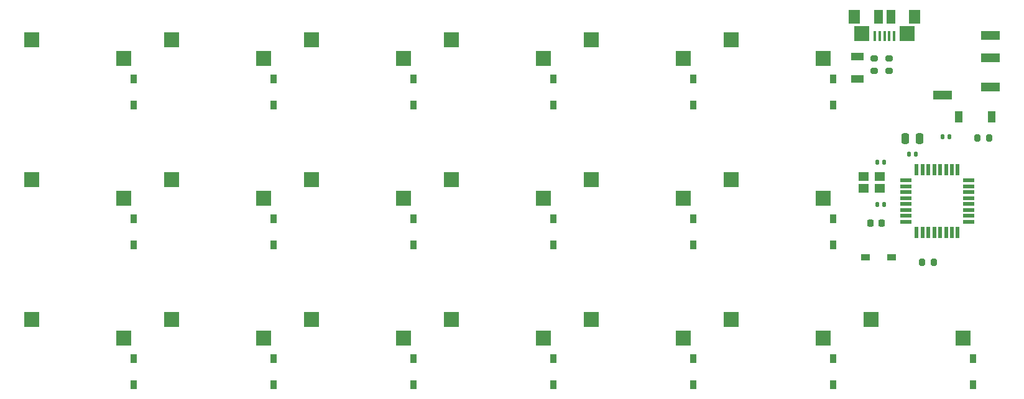
<source format=gbr>
%TF.GenerationSoftware,KiCad,Pcbnew,8.0.7*%
%TF.CreationDate,2024-12-29T11:12:43+09:00*%
%TF.ProjectId,pisces,70697363-6573-42e6-9b69-6361645f7063,rev?*%
%TF.SameCoordinates,Original*%
%TF.FileFunction,Paste,Top*%
%TF.FilePolarity,Positive*%
%FSLAX46Y46*%
G04 Gerber Fmt 4.6, Leading zero omitted, Abs format (unit mm)*
G04 Created by KiCad (PCBNEW 8.0.7) date 2024-12-29 11:12:43*
%MOMM*%
%LPD*%
G01*
G04 APERTURE LIST*
G04 Aperture macros list*
%AMRoundRect*
0 Rectangle with rounded corners*
0 $1 Rounding radius*
0 $2 $3 $4 $5 $6 $7 $8 $9 X,Y pos of 4 corners*
0 Add a 4 corners polygon primitive as box body*
4,1,4,$2,$3,$4,$5,$6,$7,$8,$9,$2,$3,0*
0 Add four circle primitives for the rounded corners*
1,1,$1+$1,$2,$3*
1,1,$1+$1,$4,$5*
1,1,$1+$1,$6,$7*
1,1,$1+$1,$8,$9*
0 Add four rect primitives between the rounded corners*
20,1,$1+$1,$2,$3,$4,$5,0*
20,1,$1+$1,$4,$5,$6,$7,0*
20,1,$1+$1,$6,$7,$8,$9,0*
20,1,$1+$1,$8,$9,$2,$3,0*%
G04 Aperture macros list end*
%ADD10RoundRect,0.140000X0.140000X0.170000X-0.140000X0.170000X-0.140000X-0.170000X0.140000X-0.170000X0*%
%ADD11RoundRect,0.140000X-0.140000X-0.170000X0.140000X-0.170000X0.140000X0.170000X-0.140000X0.170000X0*%
%ADD12RoundRect,0.250000X0.250000X0.475000X-0.250000X0.475000X-0.250000X-0.475000X0.250000X-0.475000X0*%
%ADD13RoundRect,0.225000X0.225000X0.250000X-0.225000X0.250000X-0.225000X-0.250000X0.225000X-0.250000X0*%
%ADD14R,1.820000X1.060000*%
%ADD15R,0.400000X1.350000*%
%ADD16R,1.600000X1.900000*%
%ADD17R,2.100000X2.000000*%
%ADD18R,1.200000X1.900000*%
%ADD19RoundRect,0.200000X0.275000X-0.200000X0.275000X0.200000X-0.275000X0.200000X-0.275000X-0.200000X0*%
%ADD20RoundRect,0.200000X-0.200000X-0.275000X0.200000X-0.275000X0.200000X0.275000X-0.200000X0.275000X0*%
%ADD21RoundRect,0.200000X0.200000X0.275000X-0.200000X0.275000X-0.200000X-0.275000X0.200000X-0.275000X0*%
%ADD22R,2.000000X2.000000*%
%ADD23R,1.600000X0.550000*%
%ADD24R,0.550000X1.600000*%
%ADD25R,1.400000X1.200000*%
%ADD26R,2.500000X1.200000*%
%ADD27R,1.300000X0.950000*%
%ADD28R,1.100000X1.600000*%
%ADD29R,0.950000X1.300000*%
G04 APERTURE END LIST*
D10*
%TO.C,C1*%
X160500000Y-61595000D03*
X159540000Y-61595000D03*
%TD*%
D11*
%TO.C,C2*%
X159540000Y-67310000D03*
X160500000Y-67310000D03*
%TD*%
D10*
%TO.C,C3*%
X169390000Y-58102500D03*
X168430000Y-58102500D03*
%TD*%
D12*
%TO.C,C4*%
X165288000Y-58356500D03*
X163388000Y-58356500D03*
%TD*%
D13*
%TO.C,C5*%
X160160000Y-69850000D03*
X158610000Y-69850000D03*
%TD*%
D10*
%TO.C,C6*%
X164818000Y-60452000D03*
X163858000Y-60452000D03*
%TD*%
D14*
%TO.C,F1*%
X156845000Y-50232500D03*
X156845000Y-47176500D03*
%TD*%
D15*
%TO.C,J1*%
X159228000Y-44394500D03*
X159878000Y-44394500D03*
X160528000Y-44394500D03*
X161178000Y-44394500D03*
X161828000Y-44394500D03*
D16*
X164628000Y-41719500D03*
D17*
X163628000Y-44069500D03*
D18*
X161378000Y-41719500D03*
X159678000Y-41719500D03*
D17*
X157428000Y-44069500D03*
D16*
X156428000Y-41719500D03*
%TD*%
D19*
%TO.C,R1*%
X161163000Y-49085000D03*
X161163000Y-47435000D03*
%TD*%
%TO.C,R2*%
X159131000Y-49085000D03*
X159131000Y-47435000D03*
%TD*%
D20*
%TO.C,R3*%
X173165000Y-58293000D03*
X174815000Y-58293000D03*
%TD*%
D21*
%TO.C,R4*%
X167258500Y-75184000D03*
X165608500Y-75184000D03*
%TD*%
D22*
%TO.C,SW1*%
X44400000Y-44920000D03*
X56900000Y-47460000D03*
%TD*%
%TO.C,SW2*%
X44400000Y-63970000D03*
X56900000Y-66510000D03*
%TD*%
%TO.C,SW3*%
X44400000Y-83020000D03*
X56900000Y-85560000D03*
%TD*%
%TO.C,SW4*%
X63450000Y-44920000D03*
X75950000Y-47460000D03*
%TD*%
%TO.C,SW5*%
X63450000Y-63970000D03*
X75950000Y-66510000D03*
%TD*%
%TO.C,SW6*%
X63450000Y-83020000D03*
X75950000Y-85560000D03*
%TD*%
%TO.C,SW7*%
X82500000Y-44920000D03*
X95000000Y-47460000D03*
%TD*%
%TO.C,SW8*%
X82500000Y-63970000D03*
X95000000Y-66510000D03*
%TD*%
%TO.C,SW9*%
X82500000Y-83020000D03*
X95000000Y-85560000D03*
%TD*%
%TO.C,SW10*%
X101550000Y-44920000D03*
X114050000Y-47460000D03*
%TD*%
%TO.C,SW11*%
X101550000Y-63970000D03*
X114050000Y-66510000D03*
%TD*%
%TO.C,SW12*%
X101550000Y-83020000D03*
X114050000Y-85560000D03*
%TD*%
%TO.C,SW13*%
X120600000Y-44920000D03*
X133100000Y-47460000D03*
%TD*%
%TO.C,SW14*%
X120600000Y-63970000D03*
X133100000Y-66510000D03*
%TD*%
%TO.C,SW15*%
X120600000Y-83020000D03*
X133100000Y-85560000D03*
%TD*%
%TO.C,SW16*%
X139650000Y-44920000D03*
X152150000Y-47460000D03*
%TD*%
%TO.C,SW17*%
X139650000Y-63970000D03*
X152150000Y-66510000D03*
%TD*%
%TO.C,SW18*%
X139650000Y-83020000D03*
X152150000Y-85560000D03*
%TD*%
%TO.C,SW19*%
X158700000Y-83020000D03*
X171200000Y-85560000D03*
%TD*%
D23*
%TO.C,U1*%
X163453500Y-64065500D03*
X163453500Y-64865500D03*
X163453500Y-65665500D03*
X163453500Y-66465500D03*
X163453500Y-67265500D03*
X163453500Y-68065500D03*
X163453500Y-68865500D03*
X163453500Y-69665500D03*
D24*
X164903500Y-71115500D03*
X165703500Y-71115500D03*
X166503500Y-71115500D03*
X167303500Y-71115500D03*
X168103500Y-71115500D03*
X168903500Y-71115500D03*
X169703500Y-71115500D03*
X170503500Y-71115500D03*
D23*
X171953500Y-69665500D03*
X171953500Y-68865500D03*
X171953500Y-68065500D03*
X171953500Y-67265500D03*
X171953500Y-66465500D03*
X171953500Y-65665500D03*
X171953500Y-64865500D03*
X171953500Y-64065500D03*
D24*
X170503500Y-62615500D03*
X169703500Y-62615500D03*
X168903500Y-62615500D03*
X168103500Y-62615500D03*
X167303500Y-62615500D03*
X166503500Y-62615500D03*
X165703500Y-62615500D03*
X164903500Y-62615500D03*
%TD*%
D25*
%TO.C,Y1*%
X159850000Y-63525500D03*
X157650000Y-63525500D03*
X157650000Y-65125500D03*
X159850000Y-65125500D03*
%TD*%
D26*
%TO.C,J2*%
X174954000Y-47323000D03*
X174954000Y-44323000D03*
X168454000Y-52423000D03*
X174954000Y-51323000D03*
%TD*%
D27*
%TO.C,D_H1*%
X157927500Y-74485500D03*
X161477500Y-74485500D03*
%TD*%
D28*
%TO.C,RSTSW1*%
X170597000Y-55372000D03*
X175097000Y-55372000D03*
%TD*%
D29*
%TO.C,D1*%
X58293000Y-53781500D03*
X58293000Y-50231500D03*
%TD*%
%TO.C,D2*%
X58293000Y-72831500D03*
X58293000Y-69281500D03*
%TD*%
%TO.C,D3*%
X58293000Y-91881500D03*
X58293000Y-88331500D03*
%TD*%
%TO.C,D7*%
X96393000Y-53781500D03*
X96393000Y-50231500D03*
%TD*%
%TO.C,D8*%
X96393000Y-72831500D03*
X96393000Y-69281500D03*
%TD*%
%TO.C,D10*%
X115443000Y-53781500D03*
X115443000Y-50231500D03*
%TD*%
%TO.C,D11*%
X115443000Y-72831500D03*
X115443000Y-69281500D03*
%TD*%
%TO.C,D12*%
X115443000Y-91881500D03*
X115443000Y-88331500D03*
%TD*%
%TO.C,D14*%
X134493000Y-72831500D03*
X134493000Y-69281500D03*
%TD*%
%TO.C,D15*%
X134493000Y-91881500D03*
X134493000Y-88331500D03*
%TD*%
%TO.C,D17*%
X153543000Y-72831500D03*
X153543000Y-69281500D03*
%TD*%
%TO.C,D18*%
X153543000Y-91881500D03*
X153543000Y-88331500D03*
%TD*%
%TO.C,D4*%
X77342999Y-53781500D03*
X77342999Y-50231500D03*
%TD*%
%TO.C,D5*%
X77342999Y-72831500D03*
X77342999Y-69281500D03*
%TD*%
%TO.C,D6*%
X77342999Y-91881500D03*
X77342999Y-88331500D03*
%TD*%
%TO.C,D9*%
X96393000Y-91881500D03*
X96393000Y-88331500D03*
%TD*%
%TO.C,D13*%
X134493000Y-53781500D03*
X134493000Y-50231500D03*
%TD*%
%TO.C,D16*%
X153543000Y-53781500D03*
X153543000Y-50231500D03*
%TD*%
%TO.C,D19*%
X172593000Y-91881500D03*
X172593000Y-88331500D03*
%TD*%
M02*

</source>
